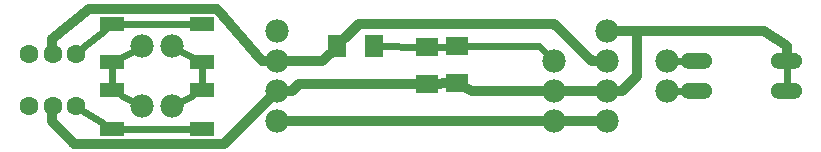
<source format=gbl>
G04 MADE WITH FRITZING*
G04 WWW.FRITZING.ORG*
G04 DOUBLE SIDED*
G04 HOLES PLATED*
G04 CONTOUR ON CENTER OF CONTOUR VECTOR*
%ASAXBY*%
%FSLAX23Y23*%
%MOIN*%
%OFA0B0*%
%SFA1.0B1.0*%
%ADD10C,0.078000*%
%ADD11C,0.052000*%
%ADD12C,0.062992*%
%ADD13R,0.074803X0.062992*%
%ADD14R,0.078736X0.049208*%
%ADD15R,0.078736X0.049222*%
%ADD16R,0.062992X0.074803*%
%ADD17C,0.032000*%
%ADD18C,0.024000*%
%ADD19R,0.001000X0.001000*%
%LNCOPPER0*%
G90*
G70*
G54D10*
X2207Y209D03*
X2207Y309D03*
G54D11*
X2307Y309D03*
X2307Y209D03*
X2607Y209D03*
X2607Y309D03*
G54D10*
X907Y409D03*
X907Y309D03*
X907Y209D03*
X907Y109D03*
X2007Y409D03*
X2007Y309D03*
X2007Y209D03*
X2007Y109D03*
X1832Y109D03*
X1832Y209D03*
X1832Y309D03*
G54D12*
X240Y334D03*
X161Y334D03*
X82Y334D03*
X240Y159D03*
X161Y159D03*
X82Y159D03*
G54D10*
X557Y159D03*
X457Y159D03*
X557Y359D03*
X457Y359D03*
G54D13*
X1507Y237D03*
X1507Y359D03*
G54D14*
X657Y434D03*
G54D15*
X657Y306D03*
G54D14*
X657Y212D03*
G54D15*
X657Y84D03*
G54D14*
X357Y434D03*
G54D15*
X357Y306D03*
G54D14*
X357Y212D03*
G54D15*
X357Y84D03*
G54D13*
X1407Y356D03*
X1407Y234D03*
G54D16*
X1110Y359D03*
X1232Y359D03*
G54D17*
X1797Y109D02*
X943Y109D01*
D02*
X982Y234D02*
X958Y209D01*
D02*
X958Y209D02*
X937Y209D01*
D02*
X1375Y234D02*
X982Y234D01*
D02*
X1058Y310D02*
X937Y309D01*
D02*
X1084Y335D02*
X1058Y310D01*
D02*
X732Y35D02*
X886Y188D01*
D02*
X232Y35D02*
X732Y35D01*
D02*
X157Y109D02*
X232Y35D01*
D02*
X159Y133D02*
X157Y109D01*
D02*
X157Y385D02*
X159Y361D01*
D02*
X282Y484D02*
X157Y385D01*
D02*
X857Y310D02*
X707Y485D01*
D02*
X708Y485D02*
X282Y484D01*
D02*
X877Y309D02*
X857Y310D01*
G54D18*
D02*
X624Y84D02*
X391Y84D01*
D02*
X327Y103D02*
X262Y145D01*
D02*
X624Y434D02*
X391Y434D01*
D02*
X260Y352D02*
X335Y415D01*
D02*
X657Y231D02*
X657Y287D01*
D02*
X431Y173D02*
X391Y194D01*
D02*
X357Y231D02*
X357Y287D01*
G54D17*
D02*
X1868Y109D02*
X1972Y109D01*
G54D18*
D02*
X584Y173D02*
X624Y194D01*
D02*
X1375Y357D02*
X1258Y359D01*
D02*
X1475Y358D02*
X1439Y357D01*
G54D17*
D02*
X1439Y235D02*
X1475Y236D01*
G54D18*
D02*
X1783Y359D02*
X1539Y359D01*
D02*
X1811Y331D02*
X1783Y359D01*
G54D17*
D02*
X1539Y219D02*
X1557Y209D01*
D02*
X1557Y209D02*
X1797Y209D01*
D02*
X2108Y259D02*
X2108Y410D01*
D02*
X2057Y209D02*
X2108Y259D01*
D02*
X2043Y209D02*
X2057Y209D01*
D02*
X2108Y410D02*
X2532Y410D01*
D02*
X2607Y359D02*
X2607Y336D01*
D02*
X2532Y410D02*
X2607Y359D01*
D02*
X1868Y209D02*
X1972Y209D01*
G54D18*
D02*
X2607Y236D02*
X2607Y282D01*
D02*
X2237Y209D02*
X2280Y209D01*
D02*
X2237Y309D02*
X2280Y309D01*
G54D17*
D02*
X1957Y310D02*
X1972Y309D01*
D02*
X1833Y435D02*
X1957Y310D01*
D02*
X1182Y434D02*
X1833Y435D01*
D02*
X1136Y386D02*
X1182Y434D01*
D02*
X2108Y410D02*
X2043Y409D01*
G54D18*
D02*
X624Y324D02*
X584Y345D01*
D02*
X391Y324D02*
X431Y345D01*
G54D19*
X2277Y336D02*
X2336Y336D01*
X2577Y336D02*
X2636Y336D01*
X2273Y335D02*
X2340Y335D01*
X2573Y335D02*
X2640Y335D01*
X2271Y334D02*
X2343Y334D01*
X2571Y334D02*
X2643Y334D01*
X2269Y333D02*
X2345Y333D01*
X2569Y333D02*
X2645Y333D01*
X2267Y332D02*
X2347Y332D01*
X2567Y332D02*
X2646Y332D01*
X2266Y331D02*
X2348Y331D01*
X2566Y331D02*
X2648Y331D01*
X2264Y330D02*
X2349Y330D01*
X2564Y330D02*
X2649Y330D01*
X2263Y329D02*
X2350Y329D01*
X2563Y329D02*
X2650Y329D01*
X2262Y328D02*
X2351Y328D01*
X2562Y328D02*
X2651Y328D01*
X2261Y327D02*
X2352Y327D01*
X2561Y327D02*
X2652Y327D01*
X2261Y326D02*
X2303Y326D01*
X2310Y326D02*
X2353Y326D01*
X2561Y326D02*
X2603Y326D01*
X2610Y326D02*
X2653Y326D01*
X2260Y325D02*
X2300Y325D01*
X2314Y325D02*
X2354Y325D01*
X2560Y325D02*
X2600Y325D01*
X2613Y325D02*
X2654Y325D01*
X2259Y324D02*
X2298Y324D01*
X2315Y324D02*
X2354Y324D01*
X2559Y324D02*
X2598Y324D01*
X2615Y324D02*
X2654Y324D01*
X2259Y323D02*
X2296Y323D01*
X2317Y323D02*
X2355Y323D01*
X2559Y323D02*
X2596Y323D01*
X2617Y323D02*
X2655Y323D01*
X2258Y322D02*
X2295Y322D01*
X2318Y322D02*
X2355Y322D01*
X2558Y322D02*
X2595Y322D01*
X2618Y322D02*
X2655Y322D01*
X2258Y321D02*
X2294Y321D01*
X2319Y321D02*
X2356Y321D01*
X2557Y321D02*
X2594Y321D01*
X2619Y321D02*
X2656Y321D01*
X2257Y320D02*
X2294Y320D01*
X2320Y320D02*
X2356Y320D01*
X2557Y320D02*
X2593Y320D01*
X2620Y320D02*
X2656Y320D01*
X2257Y319D02*
X2293Y319D01*
X2321Y319D02*
X2357Y319D01*
X2557Y319D02*
X2593Y319D01*
X2621Y319D02*
X2657Y319D01*
X2256Y318D02*
X2292Y318D01*
X2321Y318D02*
X2357Y318D01*
X2556Y318D02*
X2592Y318D01*
X2621Y318D02*
X2657Y318D01*
X2256Y317D02*
X2292Y317D01*
X2322Y317D02*
X2357Y317D01*
X2556Y317D02*
X2592Y317D01*
X2622Y317D02*
X2657Y317D01*
X2256Y316D02*
X2291Y316D01*
X2322Y316D02*
X2358Y316D01*
X2556Y316D02*
X2591Y316D01*
X2622Y316D02*
X2658Y316D01*
X2256Y315D02*
X2291Y315D01*
X2322Y315D02*
X2358Y315D01*
X2556Y315D02*
X2591Y315D01*
X2622Y315D02*
X2658Y315D01*
X2255Y314D02*
X2291Y314D01*
X2323Y314D02*
X2358Y314D01*
X2555Y314D02*
X2591Y314D01*
X2623Y314D02*
X2658Y314D01*
X2255Y313D02*
X2290Y313D01*
X2323Y313D02*
X2358Y313D01*
X2555Y313D02*
X2590Y313D01*
X2623Y313D02*
X2658Y313D01*
X2255Y312D02*
X2290Y312D01*
X2323Y312D02*
X2358Y312D01*
X2555Y312D02*
X2590Y312D01*
X2623Y312D02*
X2658Y312D01*
X2255Y311D02*
X2290Y311D01*
X2323Y311D02*
X2358Y311D01*
X2555Y311D02*
X2590Y311D01*
X2623Y311D02*
X2658Y311D01*
X2255Y310D02*
X2290Y310D01*
X2323Y310D02*
X2358Y310D01*
X2555Y310D02*
X2590Y310D01*
X2623Y310D02*
X2658Y310D01*
X2255Y309D02*
X2290Y309D01*
X2323Y309D02*
X2358Y309D01*
X2555Y309D02*
X2590Y309D01*
X2623Y309D02*
X2658Y309D01*
X2255Y308D02*
X2290Y308D01*
X2323Y308D02*
X2358Y308D01*
X2555Y308D02*
X2590Y308D01*
X2623Y308D02*
X2658Y308D01*
X2255Y307D02*
X2291Y307D01*
X2323Y307D02*
X2358Y307D01*
X2555Y307D02*
X2591Y307D01*
X2623Y307D02*
X2658Y307D01*
X2256Y306D02*
X2291Y306D01*
X2322Y306D02*
X2358Y306D01*
X2556Y306D02*
X2591Y306D01*
X2622Y306D02*
X2658Y306D01*
X2256Y305D02*
X2291Y305D01*
X2322Y305D02*
X2358Y305D01*
X2556Y305D02*
X2591Y305D01*
X2622Y305D02*
X2658Y305D01*
X2256Y304D02*
X2292Y304D01*
X2322Y304D02*
X2357Y304D01*
X2556Y304D02*
X2592Y304D01*
X2622Y304D02*
X2657Y304D01*
X2256Y303D02*
X2292Y303D01*
X2321Y303D02*
X2357Y303D01*
X2556Y303D02*
X2592Y303D01*
X2621Y303D02*
X2657Y303D01*
X2257Y302D02*
X2293Y302D01*
X2321Y302D02*
X2357Y302D01*
X2557Y302D02*
X2593Y302D01*
X2621Y302D02*
X2657Y302D01*
X2257Y301D02*
X2293Y301D01*
X2320Y301D02*
X2356Y301D01*
X2557Y301D02*
X2593Y301D01*
X2620Y301D02*
X2656Y301D01*
X2257Y300D02*
X2294Y300D01*
X2319Y300D02*
X2356Y300D01*
X2557Y300D02*
X2594Y300D01*
X2619Y300D02*
X2656Y300D01*
X2258Y299D02*
X2295Y299D01*
X2318Y299D02*
X2355Y299D01*
X2558Y299D02*
X2595Y299D01*
X2618Y299D02*
X2655Y299D01*
X2258Y298D02*
X2296Y298D01*
X2317Y298D02*
X2355Y298D01*
X2558Y298D02*
X2596Y298D01*
X2617Y298D02*
X2655Y298D01*
X2259Y297D02*
X2297Y297D01*
X2316Y297D02*
X2354Y297D01*
X2559Y297D02*
X2597Y297D01*
X2616Y297D02*
X2654Y297D01*
X2260Y296D02*
X2299Y296D01*
X2314Y296D02*
X2354Y296D01*
X2560Y296D02*
X2599Y296D01*
X2614Y296D02*
X2654Y296D01*
X2260Y295D02*
X2302Y295D01*
X2311Y295D02*
X2353Y295D01*
X2560Y295D02*
X2602Y295D01*
X2611Y295D02*
X2653Y295D01*
X2261Y294D02*
X2352Y294D01*
X2561Y294D02*
X2652Y294D01*
X2262Y293D02*
X2351Y293D01*
X2562Y293D02*
X2651Y293D01*
X2263Y292D02*
X2351Y292D01*
X2563Y292D02*
X2650Y292D01*
X2264Y291D02*
X2349Y291D01*
X2564Y291D02*
X2649Y291D01*
X2265Y290D02*
X2348Y290D01*
X2565Y290D02*
X2648Y290D01*
X2266Y289D02*
X2347Y289D01*
X2566Y289D02*
X2647Y289D01*
X2268Y288D02*
X2345Y288D01*
X2568Y288D02*
X2645Y288D01*
X2270Y287D02*
X2343Y287D01*
X2570Y287D02*
X2643Y287D01*
X2272Y286D02*
X2341Y286D01*
X2572Y286D02*
X2641Y286D01*
X2276Y285D02*
X2338Y285D01*
X2576Y285D02*
X2638Y285D01*
X2276Y236D02*
X2337Y236D01*
X2576Y236D02*
X2637Y236D01*
X2273Y235D02*
X2341Y235D01*
X2573Y235D02*
X2641Y235D01*
X2270Y234D02*
X2343Y234D01*
X2570Y234D02*
X2643Y234D01*
X2268Y233D02*
X2345Y233D01*
X2568Y233D02*
X2645Y233D01*
X2267Y232D02*
X2347Y232D01*
X2567Y232D02*
X2647Y232D01*
X2265Y231D02*
X2348Y231D01*
X2565Y231D02*
X2648Y231D01*
X2264Y230D02*
X2349Y230D01*
X2564Y230D02*
X2649Y230D01*
X2263Y229D02*
X2350Y229D01*
X2563Y229D02*
X2650Y229D01*
X2262Y228D02*
X2351Y228D01*
X2562Y228D02*
X2651Y228D01*
X2261Y227D02*
X2352Y227D01*
X2561Y227D02*
X2652Y227D01*
X2260Y226D02*
X2302Y226D01*
X2311Y226D02*
X2353Y226D01*
X2560Y226D02*
X2602Y226D01*
X2611Y226D02*
X2653Y226D01*
X2260Y225D02*
X2300Y225D01*
X2314Y225D02*
X2354Y225D01*
X2560Y225D02*
X2599Y225D01*
X2614Y225D02*
X2654Y225D01*
X2259Y224D02*
X2298Y224D01*
X2316Y224D02*
X2354Y224D01*
X2559Y224D02*
X2598Y224D01*
X2616Y224D02*
X2654Y224D01*
X2259Y223D02*
X2296Y223D01*
X2317Y223D02*
X2355Y223D01*
X2558Y223D02*
X2596Y223D01*
X2617Y223D02*
X2655Y223D01*
X2258Y222D02*
X2295Y222D01*
X2318Y222D02*
X2355Y222D01*
X2558Y222D02*
X2595Y222D01*
X2618Y222D02*
X2655Y222D01*
X2257Y221D02*
X2294Y221D01*
X2319Y221D02*
X2356Y221D01*
X2557Y221D02*
X2594Y221D01*
X2619Y221D02*
X2656Y221D01*
X2257Y220D02*
X2293Y220D01*
X2320Y220D02*
X2356Y220D01*
X2557Y220D02*
X2593Y220D01*
X2620Y220D02*
X2656Y220D01*
X2257Y219D02*
X2293Y219D01*
X2321Y219D02*
X2357Y219D01*
X2557Y219D02*
X2593Y219D01*
X2621Y219D02*
X2657Y219D01*
X2256Y218D02*
X2292Y218D01*
X2321Y218D02*
X2357Y218D01*
X2556Y218D02*
X2592Y218D01*
X2621Y218D02*
X2657Y218D01*
X2256Y217D02*
X2292Y217D01*
X2322Y217D02*
X2357Y217D01*
X2556Y217D02*
X2592Y217D01*
X2622Y217D02*
X2657Y217D01*
X2256Y216D02*
X2291Y216D01*
X2322Y216D02*
X2358Y216D01*
X2556Y216D02*
X2591Y216D01*
X2622Y216D02*
X2658Y216D01*
X2256Y215D02*
X2291Y215D01*
X2322Y215D02*
X2358Y215D01*
X2556Y215D02*
X2591Y215D01*
X2622Y215D02*
X2658Y215D01*
X2255Y214D02*
X2291Y214D01*
X2323Y214D02*
X2358Y214D01*
X2555Y214D02*
X2591Y214D01*
X2623Y214D02*
X2658Y214D01*
X2255Y213D02*
X2290Y213D01*
X2323Y213D02*
X2358Y213D01*
X2555Y213D02*
X2590Y213D01*
X2623Y213D02*
X2658Y213D01*
X2255Y212D02*
X2290Y212D01*
X2323Y212D02*
X2358Y212D01*
X2555Y212D02*
X2590Y212D01*
X2623Y212D02*
X2658Y212D01*
X2255Y211D02*
X2290Y211D01*
X2323Y211D02*
X2358Y211D01*
X2555Y211D02*
X2590Y211D01*
X2623Y211D02*
X2658Y211D01*
X2255Y210D02*
X2290Y210D01*
X2323Y210D02*
X2358Y210D01*
X2555Y210D02*
X2590Y210D01*
X2623Y210D02*
X2658Y210D01*
X2255Y209D02*
X2290Y209D01*
X2323Y209D02*
X2358Y209D01*
X2555Y209D02*
X2590Y209D01*
X2623Y209D02*
X2658Y209D01*
X2255Y208D02*
X2290Y208D01*
X2323Y208D02*
X2358Y208D01*
X2555Y208D02*
X2590Y208D01*
X2623Y208D02*
X2658Y208D01*
X2255Y207D02*
X2291Y207D01*
X2323Y207D02*
X2358Y207D01*
X2555Y207D02*
X2591Y207D01*
X2623Y207D02*
X2658Y207D01*
X2256Y206D02*
X2291Y206D01*
X2322Y206D02*
X2358Y206D01*
X2556Y206D02*
X2591Y206D01*
X2622Y206D02*
X2658Y206D01*
X2256Y205D02*
X2291Y205D01*
X2322Y205D02*
X2358Y205D01*
X2556Y205D02*
X2591Y205D01*
X2622Y205D02*
X2658Y205D01*
X2256Y204D02*
X2292Y204D01*
X2322Y204D02*
X2357Y204D01*
X2556Y204D02*
X2592Y204D01*
X2622Y204D02*
X2657Y204D01*
X2256Y203D02*
X2292Y203D01*
X2321Y203D02*
X2357Y203D01*
X2556Y203D02*
X2592Y203D01*
X2621Y203D02*
X2657Y203D01*
X2257Y202D02*
X2293Y202D01*
X2321Y202D02*
X2357Y202D01*
X2557Y202D02*
X2593Y202D01*
X2621Y202D02*
X2657Y202D01*
X2257Y201D02*
X2293Y201D01*
X2320Y201D02*
X2356Y201D01*
X2557Y201D02*
X2593Y201D01*
X2620Y201D02*
X2656Y201D01*
X2257Y200D02*
X2294Y200D01*
X2319Y200D02*
X2356Y200D01*
X2557Y200D02*
X2594Y200D01*
X2619Y200D02*
X2656Y200D01*
X2258Y199D02*
X2295Y199D01*
X2318Y199D02*
X2355Y199D01*
X2558Y199D02*
X2595Y199D01*
X2618Y199D02*
X2655Y199D01*
X2259Y198D02*
X2296Y198D01*
X2317Y198D02*
X2355Y198D01*
X2559Y198D02*
X2596Y198D01*
X2617Y198D02*
X2655Y198D01*
X2259Y197D02*
X2298Y197D01*
X2316Y197D02*
X2354Y197D01*
X2559Y197D02*
X2598Y197D01*
X2616Y197D02*
X2654Y197D01*
X2260Y196D02*
X2300Y196D01*
X2314Y196D02*
X2354Y196D01*
X2560Y196D02*
X2600Y196D01*
X2614Y196D02*
X2654Y196D01*
X2260Y195D02*
X2303Y195D01*
X2311Y195D02*
X2353Y195D01*
X2560Y195D02*
X2603Y195D01*
X2611Y195D02*
X2653Y195D01*
X2261Y194D02*
X2352Y194D01*
X2561Y194D02*
X2652Y194D01*
X2262Y193D02*
X2351Y193D01*
X2562Y193D02*
X2651Y193D01*
X2263Y192D02*
X2350Y192D01*
X2563Y192D02*
X2650Y192D01*
X2264Y191D02*
X2349Y191D01*
X2564Y191D02*
X2649Y191D01*
X2265Y190D02*
X2348Y190D01*
X2565Y190D02*
X2648Y190D01*
X2267Y189D02*
X2347Y189D01*
X2567Y189D02*
X2647Y189D01*
X2268Y188D02*
X2345Y188D01*
X2568Y188D02*
X2645Y188D01*
X2270Y187D02*
X2343Y187D01*
X2570Y187D02*
X2643Y187D01*
X2273Y186D02*
X2341Y186D01*
X2573Y186D02*
X2641Y186D01*
X2277Y185D02*
X2337Y185D01*
X2577Y185D02*
X2637Y185D01*
D02*
G04 End of Copper0*
M02*
</source>
